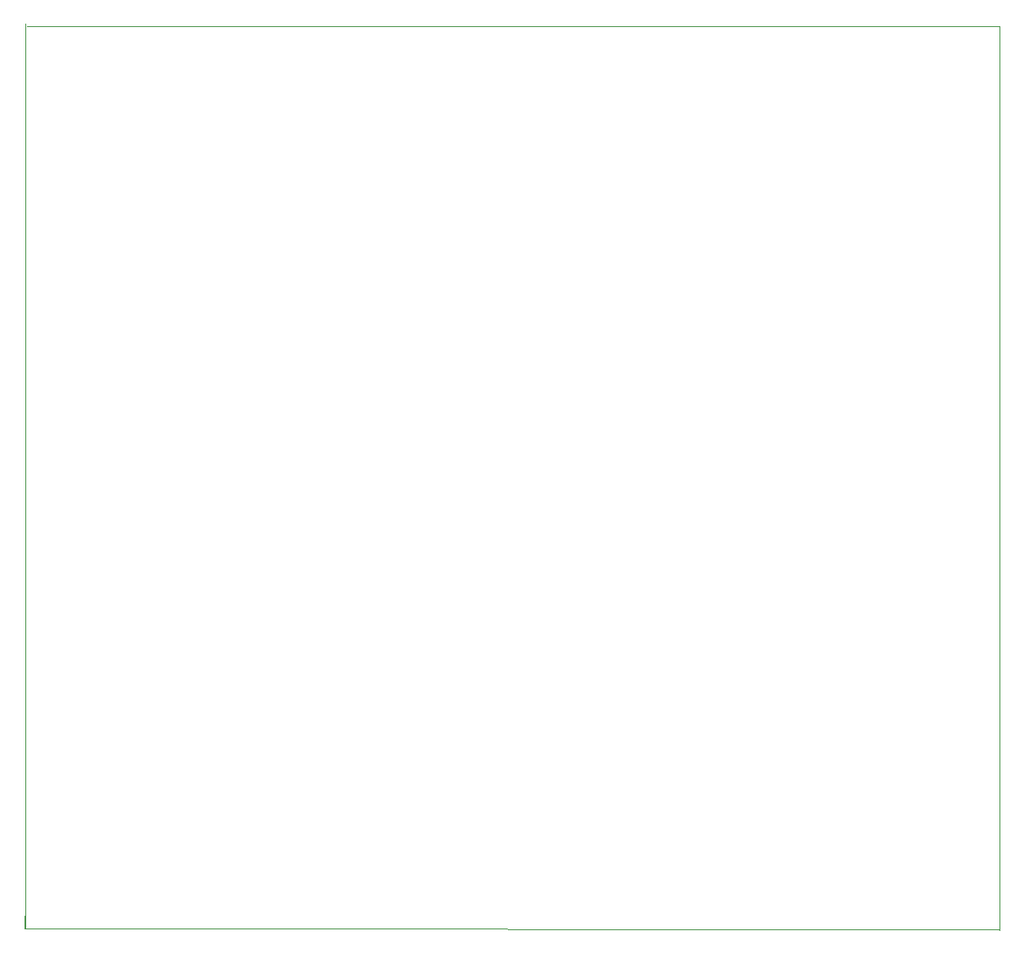
<source format=gbr>
%TF.GenerationSoftware,KiCad,Pcbnew,(5.0.0)*%
%TF.CreationDate,2018-11-17T19:21:28+09:00*%
%TF.ProjectId,ATTiny85-mppt,415454696E7938352D6D7070742E6B69,rev?*%
%TF.SameCoordinates,Original*%
%TF.FileFunction,Profile,NP*%
%FSLAX46Y46*%
G04 Gerber Fmt 4.6, Leading zero omitted, Abs format (unit mm)*
G04 Created by KiCad (PCBNEW (5.0.0)) date 11/17/18 19:21:28*
%MOMM*%
%LPD*%
G01*
G04 APERTURE LIST*
%ADD10C,0.100000*%
G04 APERTURE END LIST*
D10*
X44577000Y-113517680D02*
X44658280Y-110896400D01*
X142179040Y-113604040D02*
X44577000Y-113517680D01*
X44653200Y-113380520D02*
X44653200Y-22793960D01*
X142219680Y-23058120D02*
X142219680Y-113629440D01*
X44780200Y-23058120D02*
X142219680Y-23058120D01*
M02*

</source>
